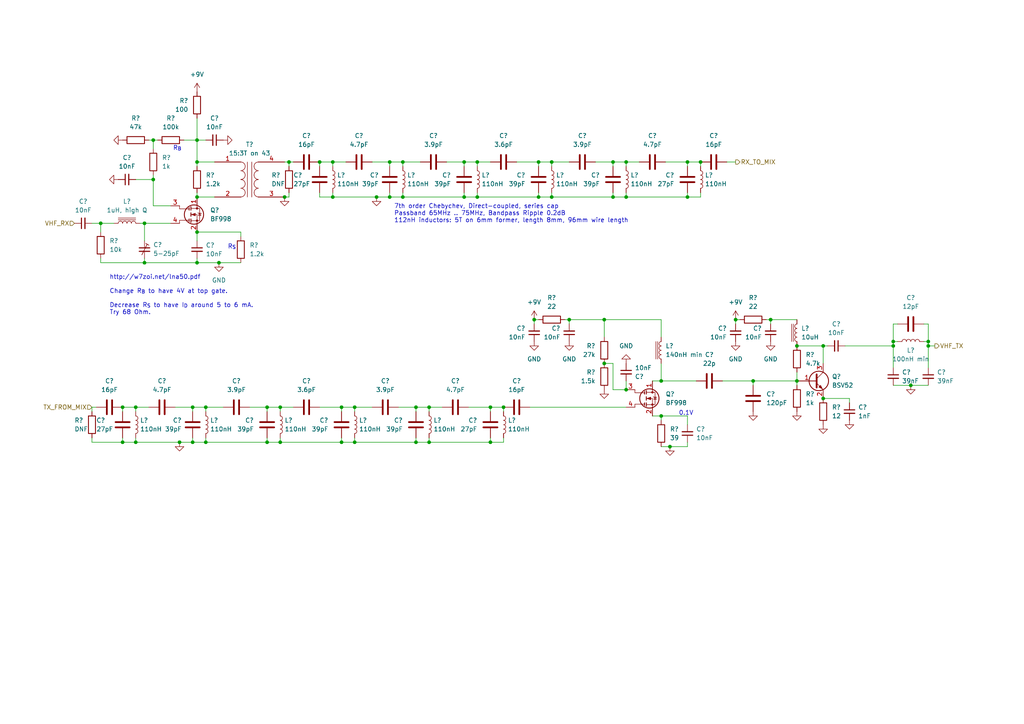
<source format=kicad_sch>
(kicad_sch (version 20211123) (generator eeschema)
  (paper "A4")
  (lib_symbols
    (symbol "Device:C" (pin_numbers hide) (pin_names (offset 0.254))
      (property "Reference" "C" (at 0.635 2.54 0))
      (property "Value" "C" (at 0.635 -2.54 0))
      (symbol "C_0_1"
        (polyline (pts (xy -2.032 -0.762) (xy 2.032 -0.762)) (stroke (width 0.508)))
        (polyline (pts (xy -2.032 0.762) (xy 2.032 0.762)) (stroke (width 0.508)))
      )
      (symbol "C_1_1"
        (pin passive line (at 0 3.81 270) (length 2.794) (name "~") (number "1"))
        (pin passive line (at 0 -3.81 90) (length 2.794) (name "~") (number "2"))
      )
    )
    (symbol "Device:C_Small" (pin_numbers hide) (pin_names (offset 0.254) hide)
      (property "Reference" "C" (at 0.254 1.778 0))
      (property "Value" "C_Small" (at 0.254 -2.032 0))
      (symbol "C_Small_0_1"
        (polyline (pts (xy -1.524 -0.508) (xy 1.524 -0.508)) (stroke (width 0.3302)))
        (polyline (pts (xy -1.524 0.508) (xy 1.524 0.508)) (stroke (width 0.3048)))
      )
      (symbol "C_Small_1_1"
        (pin passive line (at 0 2.54 270) (length 2.032) (name "~") (number "1"))
        (pin passive line (at 0 -2.54 90) (length 2.032) (name "~") (number "2"))
      )
    )
    (symbol "Device:C_Trim_Small" (pin_numbers hide) (pin_names (offset 0.254) hide)
      (property "Reference" "C" (at 1.524 -2.032 0))
      (property "Value" "C_Trim_Small" (at 3.048 -3.556 0))
      (symbol "C_Trim_Small_0_1"
        (polyline (pts (xy -1.524 -0.508) (xy 1.524 -0.508)) (stroke (width 0.3048)))
        (polyline (pts (xy -1.524 0.508) (xy 1.524 0.508)) (stroke (width 0.3048)))
        (polyline (pts (xy 0.762 1.524) (xy -0.762 -1.524)) (stroke (width 0.1778)))
        (polyline (pts (xy 1.27 1.27) (xy 0.381 1.778)) (stroke (width 0.1778)))
      )
      (symbol "C_Trim_Small_1_1"
        (pin passive line (at 0 2.54 270) (length 2.032) (name "~") (number "1"))
        (pin passive line (at 0 -2.54 90) (length 2.032) (name "~") (number "2"))
      )
    )
    (symbol "Device:L" (pin_numbers hide) (pin_names (offset 1.016) hide)
      (property "Reference" "L" (at -1.27 0 90))
      (property "Value" "L" (at 1.905 0 90))
      (symbol "L_0_1"
        (arc (start 0 -2.54) (mid 0.635 -1.905) (end 0 -1.27))
        (arc (start 0 -1.27) (mid 0.635 -0.635) (end 0 0))
        (arc (start 0 0) (mid 0.635 0.635) (end 0 1.27))
        (arc (start 0 1.27) (mid 0.635 1.905) (end 0 2.54))
      )
      (symbol "L_1_1"
        (pin passive line (at 0 3.81 270) (length 1.27) (name "1") (number "1"))
        (pin passive line (at 0 -3.81 90) (length 1.27) (name "2") (number "2"))
      )
    )
    (symbol "Device:L_Iron" (pin_numbers hide) (pin_names (offset 1.016) hide)
      (property "Reference" "L" (at -1.27 0 90))
      (property "Value" "L_Iron" (at 2.794 0 90))
      (symbol "L_Iron_0_1"
        (arc (start 0 -2.54) (mid 0.635 -1.905) (end 0 -1.27))
        (arc (start 0 -1.27) (mid 0.635 -0.635) (end 0 0))
        (polyline (pts (xy 1.016 2.54) (xy 1.016 -2.54)))
        (polyline (pts (xy 1.524 -2.54) (xy 1.524 2.54)))
        (arc (start 0 0) (mid 0.635 0.635) (end 0 1.27))
        (arc (start 0 1.27) (mid 0.635 1.905) (end 0 2.54))
      )
      (symbol "L_Iron_1_1"
        (pin passive line (at 0 3.81 270) (length 1.27) (name "1") (number "1"))
        (pin passive line (at 0 -3.81 90) (length 1.27) (name "2") (number "2"))
      )
    )
    (symbol "Device:R" (pin_numbers hide) (pin_names (offset 0))
      (property "Reference" "R" (at 2.032 0 90))
      (property "Value" "R" (at 0 0 90))
      (symbol "R_0_1"
        (rectangle (start -1.016 -2.54) (end 1.016 2.54) (stroke (width 0.254)))
      )
      (symbol "R_1_1"
        (pin passive line (at 0 3.81 270) (length 1.27) (name "~") (number "1"))
        (pin passive line (at 0 -3.81 90) (length 1.27) (name "~") (number "2"))
      )
    )
    (symbol "Device:Transformer_1P_1S" (pin_names (offset 1.016) hide)
      (property "Reference" "T" (at 0 6.35 0))
      (property "Value" "Transformer_1P_1S" (at 0 -7.62 0))
      (symbol "Transformer_1P_1S_0_1"
        (arc (start -2.54 -5.0546) (mid -1.6599 -4.6901) (end -1.27 -3.81))
        (arc (start -2.54 -2.5146) (mid -1.6599 -2.1501) (end -1.27 -1.27))
        (arc (start -2.54 0.0254) (mid -1.6599 0.3899) (end -1.27 1.27))
        (arc (start -2.54 2.5654) (mid -1.6599 2.9299) (end -1.27 3.81))
        (arc (start -1.27 -3.81) (mid -1.642 -2.912) (end -2.54 -2.54))
        (arc (start -1.27 -1.27) (mid -1.642 -0.372) (end -2.54 0))
        (arc (start -1.27 1.27) (mid -1.642 2.168) (end -2.54 2.54))
        (arc (start -1.27 3.81) (mid -1.642 4.708) (end -2.54 5.08))
        (polyline (pts (xy -0.635 5.08) (xy -0.635 -5.08)))
        (polyline (pts (xy 0.635 -5.08) (xy 0.635 5.08)))
        (arc (start 1.2954 -1.27) (mid 1.6599 -2.1501) (end 2.54 -2.5146))
        (arc (start 1.2954 1.27) (mid 1.6599 0.3899) (end 2.54 0.0254))
        (arc (start 1.2954 3.81) (mid 1.6599 2.9299) (end 2.54 2.5654))
        (arc (start 1.3208 -3.81) (mid 1.6853 -4.6901) (end 2.5654 -5.0546))
        (arc (start 2.54 0) (mid 1.642 -0.372) (end 1.2954 -1.27))
        (arc (start 2.54 2.54) (mid 1.642 2.168) (end 1.2954 1.27))
        (arc (start 2.54 5.08) (mid 1.642 4.708) (end 1.2954 3.81))
        (arc (start 2.5654 -2.54) (mid 1.6674 -2.912) (end 1.3208 -3.81))
      )
      (symbol "Transformer_1P_1S_1_1"
        (pin passive line (at -10.16 5.08 0) (length 7.62) (name "AA") (number "1"))
        (pin passive line (at -10.16 -5.08 0) (length 7.62) (name "AB") (number "2"))
        (pin passive line (at 10.16 -5.08 180) (length 7.62) (name "SA") (number "3"))
        (pin passive line (at 10.16 5.08 180) (length 7.62) (name "SB") (number "4"))
      )
    )
    (symbol "Transistor_BJT:MMBT3904" (pin_names (offset 0) hide)
      (property "Reference" "Q" (at 5.08 1.905 0))
      (property "Value" "MMBT3904" (at 5.08 0 0))
      (symbol "MMBT3904_0_1"
        (polyline (pts (xy 0.635 0.635) (xy 2.54 2.54)))
        (polyline (pts (xy 0.635 -0.635) (xy 2.54 -2.54) (xy 2.54 -2.54)))
        (polyline (pts (xy 0.635 1.905) (xy 0.635 -1.905) (xy 0.635 -1.905)) (stroke (width 0.508)))
        (polyline (pts (xy 1.27 -1.778) (xy 1.778 -1.27) (xy 2.286 -2.286) (xy 1.27 -1.778) (xy 1.27 -1.778)) (fill (type outline)))
        (circle (center 1.27 0) (radius 2.8194) (stroke (width 0.254)))
      )
      (symbol "MMBT3904_1_1"
        (pin input line (at -5.08 0 0) (length 5.715) (name "B") (number "1"))
        (pin passive line (at 2.54 -5.08 90) (length 2.54) (name "E") (number "2"))
        (pin passive line (at 2.54 5.08 270) (length 2.54) (name "C") (number "3"))
      )
    )
    (symbol "mpb:BF998" (pin_names hide)
      (property "Reference" "Q?" (at 6.35 1.2701 0))
      (property "Value" "BF998" (at 6.35 -1.2699 0))
      (symbol "BF998_0_1"
        (polyline (pts (xy 0.254 -2.032) (xy 0.254 -1.27)) (stroke (width 0.254)))
        (polyline (pts (xy 0.254 2.032) (xy 0.254 1.27)) (stroke (width 0.254)))
        (polyline (pts (xy 0.762 -1.27) (xy 0.762 -2.286)) (stroke (width 0.254)))
        (polyline (pts (xy 0.762 0.508) (xy 0.762 -0.508)) (stroke (width 0.254)))
        (polyline (pts (xy 0.762 2.286) (xy 0.762 1.27)) (stroke (width 0.254)))
        (polyline (pts (xy 2.54 2.54) (xy 2.54 1.778)))
        (polyline (pts (xy 0.254 -1.651) (xy -2.54 -1.651) (xy -2.54 -2.54)))
        (polyline (pts (xy 0.254 1.651) (xy -2.54 1.651) (xy -2.54 2.54)))
        (polyline (pts (xy 2.54 -2.54) (xy 2.54 0) (xy 0.762 0)))
        (polyline (pts (xy 0.762 -1.778) (xy 3.302 -1.778) (xy 3.302 1.778) (xy 0.762 1.778)))
        (polyline (pts (xy 1.016 0) (xy 2.032 0.381) (xy 2.032 -0.381) (xy 1.016 0)) (fill (type outline)))
        (polyline (pts (xy 2.794 0.508) (xy 2.921 0.381) (xy 3.683 0.381) (xy 3.81 0.254)))
        (polyline (pts (xy 3.302 0.381) (xy 2.921 -0.254) (xy 3.683 -0.254) (xy 3.302 0.381)))
        (circle (center 1.651 0) (radius 2.794) (stroke (width 0.254)))
        (circle (center 2.54 -1.778) (radius 0.254) (fill (type outline)))
        (circle (center 2.54 1.778) (radius 0.254) (fill (type outline)))
      )
      (symbol "BF998_1_1"
        (pin passive line (at 2.54 5.08 270) (length 2.54) (name "D") (number "1"))
        (pin passive line (at 2.54 -5.08 90) (length 2.54) (name "S") (number "2"))
        (pin passive line (at -5.08 2.54 0) (length 2.54) (name "G1") (number "3"))
        (pin passive line (at -5.08 -2.54 0) (length 2.54) (name "G2") (number "4"))
      )
    )
    (symbol "power:+9V" (power) (pin_names (offset 0))
      (property "Value" "+9V" (at 0 3.556 0))
      (symbol "+9V_0_1"
        (polyline (pts (xy -0.762 1.27) (xy 0 2.54)))
        (polyline (pts (xy 0 0) (xy 0 2.54)))
        (polyline (pts (xy 0 2.54) (xy 0.762 1.27)))
      )
      (symbol "+9V_1_1"
        (pin power_in line (at 0 0 90) (length 0) hide (name "+9V") (number "1"))
      )
    )
    (symbol "power:GND" (power) (pin_names (offset 0))
      (property "Value" "GND" (at 0 -3.81 0))
      (symbol "GND_0_1"
        (polyline (pts (xy 0 0) (xy 0 -1.27) (xy 1.27 -1.27) (xy 0 -2.54) (xy -1.27 -1.27) (xy 0 -1.27)))
      )
      (symbol "GND_1_1"
        (pin power_in line (at 0 0 270) (length 0) hide (name "GND") (number "1"))
      )
    )
  )
  (junction (at 259.08 99.06))
  (junction (at 177.8 57.15))
  (junction (at 264.16 111.76))
  (junction (at 59.69 128.27))
  (junction (at 191.77 110.49))
  (junction (at 77.47 118.11))
  (junction (at 156.21 57.15))
  (junction (at 181.61 113.03))
  (junction (at 269.24 99.06))
  (junction (at 116.84 46.99))
  (junction (at 96.52 46.99))
  (junction (at 35.56 118.11))
  (junction (at 160.02 57.15))
  (junction (at 44.45 40.64))
  (junction (at 35.56 128.27))
  (junction (at 55.88 128.27))
  (junction (at 138.43 46.99))
  (junction (at 113.03 46.99))
  (junction (at 55.88 118.11))
  (junction (at 63.5 76.2))
  (junction (at 57.15 76.2))
  (junction (at 199.39 57.15))
  (junction (at 199.39 46.99))
  (junction (at 57.15 46.99))
  (junction (at 191.77 120.65))
  (junction (at 181.61 46.99))
  (junction (at 238.76 115.57))
  (junction (at 109.22 57.15))
  (junction (at 57.15 67.31))
  (junction (at 259.08 100.33))
  (junction (at 134.62 57.15))
  (junction (at 41.91 64.77))
  (junction (at 77.47 128.27))
  (junction (at 156.21 46.99))
  (junction (at 81.28 128.27))
  (junction (at 165.1 92.71))
  (junction (at 142.24 128.27))
  (junction (at 269.24 100.33))
  (junction (at 203.2 46.99))
  (junction (at 29.21 64.77))
  (junction (at 154.94 92.71))
  (junction (at 231.14 110.49))
  (junction (at 218.44 110.49))
  (junction (at 44.45 52.07))
  (junction (at 99.06 128.27))
  (junction (at 102.87 128.27))
  (junction (at 57.15 57.15))
  (junction (at 116.84 57.15))
  (junction (at 81.28 118.11))
  (junction (at 142.24 118.11))
  (junction (at 134.62 46.99))
  (junction (at 231.14 100.33))
  (junction (at 223.52 92.71))
  (junction (at 213.36 92.71))
  (junction (at 120.65 118.11))
  (junction (at 160.02 46.99))
  (junction (at 146.05 118.11))
  (junction (at 39.37 118.11))
  (junction (at 113.03 57.15))
  (junction (at 175.26 92.71))
  (junction (at 39.37 128.27))
  (junction (at 41.91 76.2))
  (junction (at 124.46 128.27))
  (junction (at 194.31 129.54))
  (junction (at 177.8 46.99))
  (junction (at 120.65 128.27))
  (junction (at 96.52 57.15))
  (junction (at 138.43 57.15))
  (junction (at 82.55 57.15))
  (junction (at 181.61 57.15))
  (junction (at 99.06 118.11))
  (junction (at 83.82 46.99))
  (junction (at 59.69 118.11))
  (junction (at 92.71 46.99))
  (junction (at 57.15 40.64))
  (junction (at 238.76 100.33))
  (junction (at 102.87 118.11))
  (junction (at 52.07 128.27))
  (junction (at 124.46 118.11))
  (junction (at 175.26 105.41))
  (wire (pts (xy 96.52 46.99) (xy 96.52 48.26)))
  (wire (pts (xy 55.88 128.27) (xy 59.69 128.27)))
  (wire (pts (xy 62.23 57.15) (xy 57.15 57.15)))
  (wire (pts (xy 134.62 57.15) (xy 134.62 55.88)))
  (wire (pts (xy 172.72 46.99) (xy 177.8 46.99)))
  (wire (pts (xy 213.36 93.98) (xy 213.36 92.71)))
  (wire (pts (xy 26.67 127) (xy 26.67 128.27)))
  (wire (pts (xy 39.37 128.27) (xy 52.07 128.27)))
  (wire (pts (xy 154.94 93.98) (xy 154.94 92.71)))
  (wire (pts (xy 238.76 100.33) (xy 240.03 100.33)))
  (wire (pts (xy 124.46 128.27) (xy 124.46 127)))
  (wire (pts (xy 246.38 115.57) (xy 238.76 115.57)))
  (wire (pts (xy 142.24 128.27) (xy 146.05 128.27)))
  (wire (pts (xy 102.87 118.11) (xy 107.95 118.11)))
  (wire (pts (xy 218.44 110.49) (xy 218.44 111.76)))
  (wire (pts (xy 259.08 99.06) (xy 259.08 100.33)))
  (wire (pts (xy 26.67 118.11) (xy 27.94 118.11)))
  (wire (pts (xy 63.5 76.2) (xy 57.15 76.2)))
  (wire (pts (xy 35.56 118.11) (xy 39.37 118.11)))
  (wire (pts (xy 138.43 57.15) (xy 156.21 57.15)))
  (wire (pts (xy 81.28 118.11) (xy 85.09 118.11)))
  (wire (pts (xy 246.38 116.84) (xy 246.38 115.57)))
  (wire (pts (xy 177.8 105.41) (xy 177.8 113.03)))
  (wire (pts (xy 39.37 128.27) (xy 39.37 127)))
  (wire (pts (xy 177.8 46.99) (xy 181.61 46.99)))
  (wire (pts (xy 40.64 64.77) (xy 41.91 64.77)))
  (wire (pts (xy 124.46 128.27) (xy 142.24 128.27)))
  (wire (pts (xy 134.62 46.99) (xy 138.43 46.99)))
  (wire (pts (xy 259.08 93.98) (xy 260.35 93.98)))
  (wire (pts (xy 57.15 57.15) (xy 57.15 55.88)))
  (wire (pts (xy 113.03 57.15) (xy 113.03 55.88)))
  (wire (pts (xy 107.95 46.99) (xy 113.03 46.99)))
  (wire (pts (xy 259.08 99.06) (xy 260.35 99.06)))
  (wire (pts (xy 191.77 120.65) (xy 189.23 120.65)))
  (wire (pts (xy 146.05 119.38) (xy 146.05 118.11)))
  (wire (pts (xy 142.24 118.11) (xy 135.89 118.11)))
  (wire (pts (xy 156.21 57.15) (xy 156.21 55.88)))
  (wire (pts (xy 77.47 118.11) (xy 81.28 118.11)))
  (wire (pts (xy 35.56 119.38) (xy 35.56 118.11)))
  (wire (pts (xy 26.67 119.38) (xy 26.67 118.11)))
  (wire (pts (xy 231.14 107.95) (xy 231.14 110.49)))
  (wire (pts (xy 269.24 99.06) (xy 267.97 99.06)))
  (wire (pts (xy 57.15 67.31) (xy 57.15 69.85)))
  (wire (pts (xy 156.21 46.99) (xy 160.02 46.99)))
  (wire (pts (xy 59.69 128.27) (xy 59.69 127)))
  (wire (pts (xy 177.8 113.03) (xy 181.61 113.03)))
  (wire (pts (xy 83.82 55.88) (xy 83.82 57.15)))
  (wire (pts (xy 175.26 92.71) (xy 191.77 92.71)))
  (wire (pts (xy 124.46 118.11) (xy 128.27 118.11)))
  (wire (pts (xy 199.39 46.99) (xy 193.04 46.99)))
  (wire (pts (xy 39.37 118.11) (xy 43.18 118.11)))
  (wire (pts (xy 92.71 118.11) (xy 99.06 118.11)))
  (wire (pts (xy 96.52 46.99) (xy 100.33 46.99)))
  (wire (pts (xy 142.24 128.27) (xy 142.24 127)))
  (wire (pts (xy 81.28 119.38) (xy 81.28 118.11)))
  (wire (pts (xy 113.03 57.15) (xy 116.84 57.15)))
  (wire (pts (xy 181.61 46.99) (xy 185.42 46.99)))
  (wire (pts (xy 199.39 57.15) (xy 199.39 55.88)))
  (wire (pts (xy 29.21 76.2) (xy 41.91 76.2)))
  (wire (pts (xy 43.18 40.64) (xy 44.45 40.64)))
  (wire (pts (xy 191.77 110.49) (xy 201.93 110.49)))
  (wire (pts (xy 146.05 128.27) (xy 146.05 127)))
  (wire (pts (xy 203.2 57.15) (xy 203.2 55.88)))
  (wire (pts (xy 109.22 57.15) (xy 113.03 57.15)))
  (wire (pts (xy 269.24 99.06) (xy 269.24 100.33)))
  (wire (pts (xy 116.84 48.26) (xy 116.84 46.99)))
  (wire (pts (xy 199.39 128.27) (xy 199.39 129.54)))
  (wire (pts (xy 99.06 128.27) (xy 102.87 128.27)))
  (wire (pts (xy 199.39 129.54) (xy 194.31 129.54)))
  (wire (pts (xy 149.86 46.99) (xy 156.21 46.99)))
  (wire (pts (xy 269.24 93.98) (xy 269.24 99.06)))
  (wire (pts (xy 156.21 48.26) (xy 156.21 46.99)))
  (wire (pts (xy 199.39 57.15) (xy 203.2 57.15)))
  (wire (pts (xy 213.36 92.71) (xy 214.63 92.71)))
  (wire (pts (xy 222.25 92.71) (xy 223.52 92.71)))
  (wire (pts (xy 156.21 57.15) (xy 160.02 57.15)))
  (wire (pts (xy 41.91 76.2) (xy 57.15 76.2)))
  (wire (pts (xy 120.65 118.11) (xy 120.65 119.38)))
  (wire (pts (xy 146.05 118.11) (xy 142.24 118.11)))
  (wire (pts (xy 269.24 93.98) (xy 267.97 93.98)))
  (wire (pts (xy 57.15 76.2) (xy 57.15 74.93)))
  (wire (pts (xy 57.15 40.64) (xy 57.15 34.29)))
  (wire (pts (xy 83.82 57.15) (xy 82.55 57.15)))
  (wire (pts (xy 57.15 48.26) (xy 57.15 46.99)))
  (wire (pts (xy 154.94 92.71) (xy 156.21 92.71)))
  (wire (pts (xy 191.77 129.54) (xy 194.31 129.54)))
  (wire (pts (xy 81.28 128.27) (xy 81.28 127)))
  (wire (pts (xy 138.43 46.99) (xy 142.24 46.99)))
  (wire (pts (xy 113.03 48.26) (xy 113.03 46.99)))
  (wire (pts (xy 59.69 128.27) (xy 77.47 128.27)))
  (wire (pts (xy 153.67 118.11) (xy 181.61 118.11)))
  (wire (pts (xy 62.23 46.99) (xy 57.15 46.99)))
  (wire (pts (xy 99.06 118.11) (xy 102.87 118.11)))
  (wire (pts (xy 82.55 46.99) (xy 83.82 46.99)))
  (wire (pts (xy 165.1 93.98) (xy 165.1 92.71)))
  (wire (pts (xy 83.82 46.99) (xy 85.09 46.99)))
  (wire (pts (xy 113.03 46.99) (xy 116.84 46.99)))
  (wire (pts (xy 52.07 128.27) (xy 55.88 128.27)))
  (wire (pts (xy 55.88 128.27) (xy 55.88 127)))
  (wire (pts (xy 26.67 128.27) (xy 35.56 128.27)))
  (wire (pts (xy 99.06 119.38) (xy 99.06 118.11)))
  (wire (pts (xy 69.85 76.2) (xy 63.5 76.2)))
  (wire (pts (xy 120.65 128.27) (xy 120.65 127)))
  (wire (pts (xy 181.61 57.15) (xy 199.39 57.15)))
  (wire (pts (xy 44.45 40.64) (xy 44.45 43.18)))
  (wire (pts (xy 69.85 68.58) (xy 69.85 67.31)))
  (wire (pts (xy 116.84 46.99) (xy 121.92 46.99)))
  (wire (pts (xy 203.2 46.99) (xy 199.39 46.99)))
  (wire (pts (xy 115.57 118.11) (xy 120.65 118.11)))
  (wire (pts (xy 29.21 74.93) (xy 29.21 76.2)))
  (wire (pts (xy 39.37 118.11) (xy 39.37 119.38)))
  (wire (pts (xy 92.71 57.15) (xy 96.52 57.15)))
  (wire (pts (xy 160.02 48.26) (xy 160.02 46.99)))
  (wire (pts (xy 83.82 48.26) (xy 83.82 46.99)))
  (wire (pts (xy 92.71 46.99) (xy 96.52 46.99)))
  (wire (pts (xy 120.65 128.27) (xy 124.46 128.27)))
  (wire (pts (xy 138.43 48.26) (xy 138.43 46.99)))
  (wire (pts (xy 41.91 64.77) (xy 49.53 64.77)))
  (wire (pts (xy 223.52 93.98) (xy 223.52 92.71)))
  (wire (pts (xy 116.84 57.15) (xy 134.62 57.15)))
  (wire (pts (xy 269.24 100.33) (xy 271.145 100.33)))
  (wire (pts (xy 92.71 48.26) (xy 92.71 46.99)))
  (wire (pts (xy 41.91 69.85) (xy 41.91 64.77)))
  (wire (pts (xy 191.77 120.65) (xy 191.77 121.92)))
  (wire (pts (xy 39.37 52.07) (xy 44.45 52.07)))
  (wire (pts (xy 269.24 100.33) (xy 269.24 106.68)))
  (wire (pts (xy 160.02 46.99) (xy 165.1 46.99)))
  (wire (pts (xy 29.21 67.31) (xy 29.21 64.77)))
  (wire (pts (xy 142.24 118.11) (xy 142.24 119.38)))
  (wire (pts (xy 77.47 128.27) (xy 77.47 127)))
  (wire (pts (xy 165.1 92.71) (xy 175.26 92.71)))
  (wire (pts (xy 44.45 50.8) (xy 44.45 52.07)))
  (wire (pts (xy 160.02 57.15) (xy 160.02 55.88)))
  (wire (pts (xy 45.72 40.64) (xy 44.45 40.64)))
  (wire (pts (xy 59.69 118.11) (xy 64.77 118.11)))
  (wire (pts (xy 238.76 105.41) (xy 238.76 100.33)))
  (wire (pts (xy 177.8 57.15) (xy 181.61 57.15)))
  (wire (pts (xy 177.8 46.99) (xy 177.8 48.26)))
  (wire (pts (xy 102.87 119.38) (xy 102.87 118.11)))
  (wire (pts (xy 35.56 128.27) (xy 39.37 128.27)))
  (wire (pts (xy 199.39 46.99) (xy 199.39 48.26)))
  (wire (pts (xy 160.02 57.15) (xy 177.8 57.15)))
  (wire (pts (xy 175.26 97.79) (xy 175.26 92.71)))
  (wire (pts (xy 116.84 57.15) (xy 116.84 55.88)))
  (wire (pts (xy 102.87 128.27) (xy 120.65 128.27)))
  (wire (pts (xy 259.08 93.98) (xy 259.08 99.06)))
  (wire (pts (xy 209.55 110.49) (xy 218.44 110.49)))
  (wire (pts (xy 134.62 48.26) (xy 134.62 46.99)))
  (wire (pts (xy 264.16 111.76) (xy 269.24 111.76)))
  (wire (pts (xy 191.77 97.79) (xy 191.77 92.71)))
  (wire (pts (xy 231.14 110.49) (xy 231.14 111.76)))
  (wire (pts (xy 35.56 128.27) (xy 35.56 127)))
  (wire (pts (xy 81.28 128.27) (xy 99.06 128.27)))
  (wire (pts (xy 96.52 57.15) (xy 96.52 55.88)))
  (wire (pts (xy 181.61 113.03) (xy 181.61 110.49)))
  (wire (pts (xy 69.85 67.31) (xy 57.15 67.31)))
  (wire (pts (xy 259.08 111.76) (xy 264.16 111.76)))
  (wire (pts (xy 102.87 128.27) (xy 102.87 127)))
  (wire (pts (xy 99.06 128.27) (xy 99.06 127)))
  (wire (pts (xy 177.8 57.15) (xy 177.8 55.88)))
  (wire (pts (xy 203.2 48.26) (xy 203.2 46.99)))
  (wire (pts (xy 129.54 46.99) (xy 134.62 46.99)))
  (wire (pts (xy 138.43 57.15) (xy 138.43 55.88)))
  (wire (pts (xy 59.69 119.38) (xy 59.69 118.11)))
  (wire (pts (xy 245.11 100.33) (xy 259.08 100.33)))
  (wire (pts (xy 199.39 123.19) (xy 199.39 120.65)))
  (wire (pts (xy 191.77 105.41) (xy 191.77 110.49)))
  (wire (pts (xy 189.23 110.49) (xy 191.77 110.49)))
  (wire (pts (xy 218.44 110.49) (xy 231.14 110.49)))
  (wire (pts (xy 238.76 100.33) (xy 231.14 100.33)))
  (wire (pts (xy 181.61 46.99) (xy 181.61 48.26)))
  (wire (pts (xy 210.82 46.99) (xy 213.36 46.99)))
  (wire (pts (xy 175.26 105.41) (xy 177.8 105.41)))
  (wire (pts (xy 50.8 118.11) (xy 55.88 118.11)))
  (wire (pts (xy 57.15 40.64) (xy 59.69 40.64)))
  (wire (pts (xy 53.34 40.64) (xy 57.15 40.64)))
  (wire (pts (xy 92.71 57.15) (xy 92.71 55.88)))
  (wire (pts (xy 44.45 59.69) (xy 49.53 59.69)))
  (wire (pts (xy 181.61 57.15) (xy 181.61 55.88)))
  (wire (pts (xy 163.83 92.71) (xy 165.1 92.71)))
  (wire (pts (xy 26.67 64.77) (xy 29.21 64.77)))
  (wire (pts (xy 124.46 118.11) (xy 124.46 119.38)))
  (wire (pts (xy 44.45 52.07) (xy 44.45 59.69)))
  (wire (pts (xy 134.62 57.15) (xy 138.43 57.15)))
  (wire (pts (xy 41.91 74.93) (xy 41.91 76.2)))
  (wire (pts (xy 77.47 119.38) (xy 77.47 118.11)))
  (wire (pts (xy 77.47 128.27) (xy 81.28 128.27)))
  (wire (pts (xy 29.21 64.77) (xy 33.02 64.77)))
  (wire (pts (xy 72.39 118.11) (xy 77.47 118.11)))
  (wire (pts (xy 223.52 92.71) (xy 231.14 92.71)))
  (wire (pts (xy 57.15 46.99) (xy 57.15 40.64)))
  (wire (pts (xy 96.52 57.15) (xy 109.22 57.15)))
  (wire (pts (xy 199.39 120.65) (xy 191.77 120.65)))
  (wire (pts (xy 55.88 119.38) (xy 55.88 118.11)))
  (wire (pts (xy 55.88 118.11) (xy 59.69 118.11)))
  (wire (pts (xy 259.08 100.33) (xy 259.08 106.68)))
  (wire (pts (xy 120.65 118.11) (xy 124.46 118.11)))
  (text "R_{B}" (at 50.165 43.815 0) (effects (font (size 1.27 1.27)) (justify left bottom)))
  (text "R_{S}" (at 66.04 72.39 0) (effects (font (size 1.27 1.27)) (justify left bottom)))
  (text "TODO\nfind bias point for BSV52" (at 41.91 -8.89 0) (effects (font (size 3 3)) (justify left bottom)))
  (text "http://w7zoi.net/lna50.pdf\n\nChange R_{B} to have 4V at top gate.\n\nDecrease R_{S} to have I_{D} around 5 to 6 mA.\nTry 68 Ohm." (at 31.75 91.44 0) (effects (font (size 1.27 1.27)) (justify left bottom)))
  (text "7th order Chebychev, Direct-coupled, series cap\nPassband 65MHz .. 75MHz, Bandpass Ripple 0.2dB\n112nH inductors: 5T on 6mm former, length 8mm, 96mm wire length" (at 114.3 64.77 0) (effects (font (size 1.27 1.27)) (justify left bottom)))
  (text "0.1V" (at 196.85 120.65 0) (effects (font (size 1.27 1.27)) (justify left bottom)))
  (hierarchical_label "VHF_RX" (shape input) (at 21.59 64.77 180))
  (hierarchical_label "VHF_TX" (shape output) (at 271.145 100.33 0))
  (hierarchical_label "TX_FROM_MIX" (shape input) (at 26.67 118.11 180))
  (hierarchical_label "RX_TO_MIX" (shape output) (at 213.36 46.99 0))
  (symbol (lib_id "Device:C") (at 55.88 123.19 180) (unit 1)
    (property "Reference" "C?" (at 52.705 121.9199 0) (effects (justify left)))
    (property "Value" "39pF" (at 52.705 124.4599 0) (effects (justify left)))
    (property "Footprint" "Capacitor_SMD:C_0603_1608Metric_Pad1.05x0.95mm_HandSolder" (effects hide))
    (property "MPN" "CBR" (effects hide))
    (property "Need_order" "0" (effects hide))
  )
  (symbol (lib_id "Device:C_Small") (at 36.83 52.07 90) (unit 1)
    (property "Reference" "C?" (at 36.8363 45.72 90))
    (property "Value" "10nF" (at 36.8363 48.26 90))
  )
  (symbol (lib_id "Device:R") (at 231.14 104.14 0) (mirror y) (unit 1)
    (property "Reference" "R?" (at 233.68 102.8699 0) (effects (justify right)))
    (property "Value" "4.7k" (at 233.68 105.4099 0) (effects (justify right)))
  )
  (symbol (lib_id "Device:C_Small") (at 223.52 96.52 0) (mirror x) (unit 1)
    (property "Reference" "C?" (at 220.98 95.2435 0) (effects (justify right)))
    (property "Value" "10nF" (at 220.98 97.7835 0) (effects (justify right)))
  )
  (symbol (lib_id "Device:C_Small") (at 269.24 109.22 0) (mirror y) (unit 1)
    (property "Reference" "C?" (at 271.78 107.9562 0) (effects (justify right)))
    (property "Value" "39nF" (at 271.78 110.4962 0) (effects (justify right)))
  )
  (symbol (lib_id "Device:C") (at 88.9 46.99 90) (unit 1)
    (property "Reference" "C?" (at 88.9 39.37 90))
    (property "Value" "16pF" (at 88.9 41.91 90))
    (property "Footprint" "Capacitor_SMD:C_0603_1608Metric_Pad1.05x0.95mm_HandSolder" (effects hide))
    (property "MPN" "CBR" (effects hide))
    (property "Need_order" "0" (effects hide))
  )
  (symbol (lib_id "Device:C") (at 205.74 110.49 90) (unit 1)
    (property "Reference" "C?" (at 205.74 102.87 90))
    (property "Value" "22p" (at 205.74 105.41 90))
    (property "Footprint" "Capacitor_SMD:C_0603_1608Metric_Pad1.05x0.95mm_HandSolder" (effects hide))
    (property "MPN" "CBR" (effects hide))
    (property "Need_order" "0" (effects hide))
  )
  (symbol (lib_id "power:+9V") (at 213.36 92.71 0) (unit 1)
    (property "Reference" "#PWR?" (effects hide))
    (property "Value" "+9V" (at 213.36 87.63 0))
  )
  (symbol (lib_id "power:GND") (at 154.94 99.06 0) (mirror y) (unit 1)
    (property "Reference" "#PWR?" (effects hide))
    (property "Value" "GND" (at 154.94 104.14 0))
  )
  (symbol (lib_id "Device:C") (at 156.21 52.07 180) (unit 1)
    (property "Reference" "C?" (at 152.4 50.7999 0) (effects (justify left)))
    (property "Value" "39pF" (at 152.4 53.3399 0) (effects (justify left)))
    (property "Footprint" "Capacitor_SMD:C_0603_1608Metric_Pad1.05x0.95mm_HandSolder" (effects hide))
    (property "MPN" "CBR" (effects hide))
    (property "Need_order" "0" (effects hide))
  )
  (symbol (lib_id "power:GND") (at 238.76 123.19 0) (unit 1)
    (property "Reference" "#PWR?" (effects hide))
    (property "Value" "GND" (effects hide))
  )
  (symbol (lib_id "Device:R") (at 175.26 101.6 0) (mirror x) (unit 1)
    (property "Reference" "R?" (at 172.72 100.3299 0) (effects (justify right)))
    (property "Value" "27k" (at 172.72 102.8699 0) (effects (justify right)))
  )
  (symbol (lib_id "Device:R") (at 44.45 46.99 0) (unit 1)
    (property "Reference" "R?" (at 46.99 45.7199 0) (effects (justify left)))
    (property "Value" "1k" (at 46.99 48.2599 0) (effects (justify left)))
  )
  (symbol (lib_id "Device:L") (at 160.02 52.07 0) (unit 1)
    (property "Reference" "L?" (at 161.29 50.7999 0) (effects (justify left)))
    (property "Value" "110nH" (at 161.29 53.3399 0) (effects (justify left)))
    (property "Footprint" "mpb:AirCoil-8mm" (effects hide))
    (property "Need_order" "0" (effects hide))
  )
  (symbol (lib_id "power:GND") (at 82.55 57.15 0) (unit 1)
    (property "Reference" "#PWR?" (effects hide))
    (property "Value" "GND" (effects hide))
  )
  (symbol (lib_id "Device:C") (at 177.8 52.07 180) (unit 1)
    (property "Reference" "C?" (at 173.99 50.7999 0) (effects (justify left)))
    (property "Value" "39pF" (at 173.99 53.3399 0) (effects (justify left)))
    (property "Footprint" "Capacitor_SMD:C_0603_1608Metric_Pad1.05x0.95mm_HandSolder" (effects hide))
    (property "MPN" "CBR" (effects hide))
    (property "Need_order" "0" (effects hide))
  )
  (symbol (lib_id "Device:C_Small") (at 181.61 107.95 0) (mirror y) (unit 1)
    (property "Reference" "C?" (at 184.15 109.2265 0) (effects (justify right)))
    (property "Value" "10nF" (at 184.15 106.6865 0) (effects (justify right)))
  )
  (symbol (lib_id "Device:C") (at 104.14 46.99 90) (unit 1)
    (property "Reference" "C?" (at 104.14 39.37 90))
    (property "Value" "4.7pF" (at 104.14 41.91 90))
    (property "Footprint" "Capacitor_SMD:C_0603_1608Metric_Pad1.05x0.95mm_HandSolder" (effects hide))
    (property "MPN" "CBR" (effects hide))
    (property "Need_order" "0" (effects hide))
  )
  (symbol (lib_id "Device:R") (at 231.14 115.57 0) (mirror y) (unit 1)
    (property "Reference" "R?" (at 233.68 114.2999 0) (effects (justify right)))
    (property "Value" "1k" (at 233.68 116.8399 0) (effects (justify right)))
  )
  (symbol (lib_id "Device:C") (at 46.99 118.11 90) (unit 1)
    (property "Reference" "C?" (at 46.99 110.49 90))
    (property "Value" "4.7pF" (at 46.99 113.03 90))
    (property "Footprint" "Capacitor_SMD:C_0603_1608Metric_Pad1.05x0.95mm_HandSolder" (effects hide))
    (property "MPN" "CBR" (effects hide))
    (property "Need_order" "0" (effects hide))
  )
  (symbol (lib_id "Device:C") (at 264.16 93.98 90) (unit 1)
    (property "Reference" "C?" (at 264.16 86.36 90))
    (property "Value" "12pF" (at 264.16 88.9 90))
    (property "Footprint" "Capacitor_SMD:C_0603_1608Metric_Pad1.05x0.95mm_HandSolder" (effects hide))
    (property "MPN" "CBR" (effects hide))
    (property "Need_order" "0" (effects hide))
  )
  (symbol (lib_id "Device:L") (at 181.61 52.07 0) (unit 1)
    (property "Reference" "L?" (at 182.88 50.7999 0) (effects (justify left)))
    (property "Value" "110nH" (at 182.88 53.3399 0) (effects (justify left)))
    (property "Footprint" "mpb:AirCoil-8mm" (effects hide))
    (property "Need_order" "0" (effects hide))
  )
  (symbol (lib_id "Device:C") (at 207.01 46.99 90) (unit 1)
    (property "Reference" "C?" (at 207.01 39.37 90))
    (property "Value" "16pF" (at 207.01 41.91 90))
    (property "Footprint" "Capacitor_SMD:C_0603_1608Metric_Pad1.05x0.95mm_HandSolder" (effects hide))
    (property "MPN" "CBR" (effects hide))
    (property "Need_order" "0" (effects hide))
  )
  (symbol (lib_id "Device:C") (at 134.62 52.07 180) (unit 1)
    (property "Reference" "C?" (at 130.81 50.7999 0) (effects (justify left)))
    (property "Value" "39pF" (at 130.81 53.3399 0) (effects (justify left)))
    (property "Footprint" "Capacitor_SMD:C_0603_1608Metric_Pad1.05x0.95mm_HandSolder" (effects hide))
    (property "MPN" "CBR" (effects hide))
    (property "Need_order" "0" (effects hide))
  )
  (symbol (lib_id "power:GND") (at 35.56 40.64 270) (unit 1)
    (property "Reference" "#PWR?" (effects hide))
    (property "Value" "GND" (effects hide))
  )
  (symbol (lib_id "Device:C") (at 132.08 118.11 90) (unit 1)
    (property "Reference" "C?" (at 132.08 110.49 90))
    (property "Value" "4.7pF" (at 132.08 113.03 90))
    (property "Footprint" "Capacitor_SMD:C_0603_1608Metric_Pad1.05x0.95mm_HandSolder" (effects hide))
    (property "MPN" "CBR" (effects hide))
    (property "Need_order" "0" (effects hide))
  )
  (symbol (lib_id "Device:C_Small") (at 242.57 100.33 270) (mirror x) (unit 1)
    (property "Reference" "C?" (at 242.5636 93.98 90))
    (property "Value" "10nF" (at 242.5636 96.52 90))
  )
  (symbol (lib_id "Device:C") (at 68.58 118.11 270) (unit 1)
    (property "Reference" "C?" (at 68.58 110.49 90))
    (property "Value" "3.9pF" (at 68.58 113.03 90))
    (property "Footprint" "Capacitor_SMD:C_0603_1608Metric_Pad1.05x0.95mm_HandSolder" (effects hide))
    (property "MPN" "CBR" (effects hide))
    (property "Need_order" "0" (effects hide))
  )
  (symbol (lib_id "power:+9V") (at 154.94 92.71 0) (unit 1)
    (property "Reference" "#PWR?" (effects hide))
    (property "Value" "+9V" (at 154.94 87.63 0))
  )
  (symbol (lib_id "Device:C_Small") (at 259.08 109.22 0) (mirror y) (unit 1)
    (property "Reference" "C?" (at 261.62 107.9562 0) (effects (justify right)))
    (property "Value" "39nF" (at 261.62 110.4962 0) (effects (justify right)))
  )
  (symbol (lib_id "power:GND") (at 231.14 119.38 0) (unit 1)
    (property "Reference" "#PWR?" (effects hide))
    (property "Value" "GND" (effects hide))
  )
  (symbol (lib_id "Device:R") (at 69.85 72.39 0) (unit 1)
    (property "Reference" "R?" (at 72.39 71.1199 0) (effects (justify left)))
    (property "Value" "1.2k" (at 72.39 73.6599 0) (effects (justify left)))
  )
  (symbol (lib_id "Device:L") (at 59.69 123.19 0) (unit 1)
    (property "Reference" "L?" (at 60.96 121.9199 0) (effects (justify left)))
    (property "Value" "110nH" (at 60.96 124.4599 0) (effects (justify left)))
    (property "Footprint" "mpb:AirCoil-8mm" (effects hide))
    (property "Need_order" "0" (effects hide))
  )
  (symbol (lib_id "Device:C_Small") (at 57.15 72.39 0) (unit 1)
    (property "Reference" "C?" (at 59.69 71.1262 0) (effects (justify left)))
    (property "Value" "10nF" (at 59.69 73.6662 0) (effects (justify left)))
  )
  (symbol (lib_id "mpb:BF998") (at 186.69 115.57 0) (unit 1)
    (property "Reference" "Q?" (at 193.04 114.2999 0) (effects (justify left)))
    (property "Value" "BF998" (at 193.04 116.8399 0) (effects (justify left)))
    (property "Footprint" "Package_TO_SOT_SMD:SOT-143" (effects hide))
    (property "Datasheet" "/home/bram/Sync/Doc/Datasheet/BF998.pdf" (effects hide))
  )
  (symbol (lib_id "Transistor_BJT:MMBT3904") (at 236.22 110.49 0) (unit 1)
    (property "Reference" "Q?" (at 241.3 109.2199 0) (effects (justify left)))
    (property "Value" "BSV52" (at 241.3 111.7599 0) (effects (justify left)))
    (property "Footprint" "Package_TO_SOT_SMD:SOT-23" (effects hide))
    (property "Datasheet" "/home/bram/Sync/Doc/Datasheet/BSV52LT1_D-1803134.pdf" (effects hide))
    (property "MPN" "BSV52LT1G" (effects hide))
    (property "Need_order" "0" (effects hide))
  )
  (symbol (lib_id "Device:C") (at 92.71 52.07 180) (unit 1)
    (property "Reference" "C?" (at 85.09 50.8 0) (effects (justify right)))
    (property "Value" "27pF" (at 85.09 53.34 0) (effects (justify right)))
    (property "Footprint" "Capacitor_SMD:C_0603_1608Metric_Pad1.05x0.95mm_HandSolder" (effects hide))
    (property "MPN" "CBR" (effects hide))
    (property "Need_order" "0" (effects hide))
  )
  (symbol (lib_id "power:GND") (at 246.38 121.92 0) (unit 1)
    (property "Reference" "#PWR?" (effects hide))
    (property "Value" "GND" (effects hide))
  )
  (symbol (lib_id "power:GND") (at 175.26 113.03 0) (mirror y) (unit 1)
    (property "Reference" "#PWR?" (effects hide))
    (property "Value" "GND" (effects hide))
  )
  (symbol (lib_id "Device:C") (at 218.44 115.57 180) (unit 1)
    (property "Reference" "C?" (at 222.25 114.2999 0) (effects (justify right)))
    (property "Value" "120pF" (at 222.25 116.8399 0) (effects (justify right)))
    (property "Footprint" "Capacitor_SMD:C_0603_1608Metric_Pad1.05x0.95mm_HandSolder" (effects hide))
    (property "MPN" "CBR" (effects hide))
    (property "Need_order" "0" (effects hide))
  )
  (symbol (lib_id "Device:C_Trim_Small") (at 41.91 72.39 0) (unit 1)
    (property "Reference" "C?" (at 44.45 70.9929 0) (effects (justify left)))
    (property "Value" "5-25pF" (at 44.45 73.5329 0) (effects (justify left)))
  )
  (symbol (lib_id "power:GND") (at 213.36 99.06 0) (mirror y) (unit 1)
    (property "Reference" "#PWR?" (effects hide))
    (property "Value" "GND" (at 213.36 104.14 0))
  )
  (symbol (lib_id "Device:R") (at 39.37 40.64 90) (unit 1)
    (property "Reference" "R?" (at 39.37 34.29 90))
    (property "Value" "47k" (at 39.37 36.83 90))
  )
  (symbol (lib_id "Device:L") (at 39.37 123.19 0) (unit 1)
    (property "Reference" "L?" (at 40.64 121.9199 0) (effects (justify left)))
    (property "Value" "110nH" (at 40.64 124.4599 0) (effects (justify left)))
    (property "Footprint" "mpb:AirCoil-8mm" (effects hide))
    (property "Need_order" "0" (effects hide))
  )
  (symbol (lib_id "Device:C") (at 99.06 123.19 180) (unit 1)
    (property "Reference" "C?" (at 95.25 121.9199 0) (effects (justify left)))
    (property "Value" "39pF" (at 95.25 124.4599 0) (effects (justify left)))
    (property "Footprint" "Capacitor_SMD:C_0603_1608Metric_Pad1.05x0.95mm_HandSolder" (effects hide))
    (property "MPN" "CBR" (effects hide))
    (property "Need_order" "0" (effects hide))
  )
  (symbol (lib_id "Device:L") (at 264.16 99.06 90) (unit 1)
    (property "Reference" "L?" (at 264.16 101.6 90))
    (property "Value" "100nH min" (at 264.16 104.14 90))
    (property "Description" "NEOSID 00 5261 00 originally, 115nH minimum" (effects hide))
  )
  (symbol (lib_id "Device:C_Small") (at 165.1 96.52 0) (mirror x) (unit 1)
    (property "Reference" "C?" (at 162.56 95.2435 0) (effects (justify right)))
    (property "Value" "10nF" (at 162.56 97.7835 0) (effects (justify right)))
  )
  (symbol (lib_id "Device:R") (at 160.02 92.71 270) (mirror x) (unit 1)
    (property "Reference" "R?" (at 160.02 86.36 90))
    (property "Value" "22" (at 160.02 88.9 90))
  )
  (symbol (lib_id "Device:C") (at 146.05 46.99 270) (unit 1)
    (property "Reference" "C?" (at 146.05 39.37 90))
    (property "Value" "3.6pF" (at 146.05 41.91 90))
    (property "Footprint" "Capacitor_SMD:C_0603_1608Metric_Pad1.05x0.95mm_HandSolder" (effects hide))
    (property "MPN" "CBR" (effects hide))
    (property "Need_order" "0" (effects hide))
  )
  (symbol (lib_id "Device:Transformer_1P_1S") (at 72.39 52.07 0) (unit 1)
    (property "Reference" "T?" (at 72.4027 41.91 0))
    (property "Value" "15:3T on 43" (at 72.4027 44.45 0))
  )
  (symbol (lib_id "Device:R") (at 57.15 52.07 0) (unit 1)
    (property "Reference" "R?" (at 59.69 50.7999 0) (effects (justify left)))
    (property "Value" "1.2k" (at 59.69 53.3399 0) (effects (justify left)))
  )
  (symbol (lib_id "Device:R") (at 29.21 71.12 0) (unit 1)
    (property "Reference" "R?" (at 31.75 69.8499 0) (effects (justify left)))
    (property "Value" "10k" (at 31.75 72.3899 0) (effects (justify left)))
  )
  (symbol (lib_id "Device:L") (at 81.28 123.19 0) (unit 1)
    (property "Reference" "L?" (at 82.55 121.9199 0) (effects (justify left)))
    (property "Value" "110nH" (at 82.55 124.4599 0) (effects (justify left)))
    (property "Footprint" "mpb:AirCoil-8mm" (effects hide))
    (property "Need_order" "0" (effects hide))
  )
  (symbol (lib_id "power:GND") (at 194.31 129.54 0) (unit 1)
    (property "Reference" "#PWR?" (effects hide))
    (property "Value" "GND" (effects hide))
  )
  (symbol (lib_id "power:GND") (at 64.77 40.64 90) (unit 1)
    (property "Reference" "#PWR?" (effects hide))
    (property "Value" "GND" (effects hide))
  )
  (symbol (lib_id "Device:C") (at 199.39 52.07 180) (unit 1)
    (property "Reference" "C?" (at 195.58 50.7999 0) (effects (justify left)))
    (property "Value" "27pF" (at 195.58 53.3399 0) (effects (justify left)))
    (property "Footprint" "Capacitor_SMD:C_0603_1608Metric_Pad1.05x0.95mm_HandSolder" (effects hide))
    (property "MPN" "CBR" (effects hide))
    (property "Need_order" "0" (effects hide))
  )
  (symbol (lib_id "Device:R") (at 175.26 109.22 0) (mirror y) (unit 1)
    (property "Reference" "R?" (at 172.72 107.9499 0) (effects (justify left)))
    (property "Value" "1.5k" (at 172.72 110.4899 0) (effects (justify left)))
  )
  (symbol (lib_id "power:GND") (at 218.44 119.38 0) (unit 1)
    (property "Reference" "#PWR?" (effects hide))
    (property "Value" "GND" (effects hide))
  )
  (symbol (lib_id "Device:L") (at 138.43 52.07 0) (unit 1)
    (property "Reference" "L?" (at 139.7 50.7999 0) (effects (justify left)))
    (property "Value" "110nH" (at 139.7 53.3399 0) (effects (justify left)))
    (property "Footprint" "mpb:AirCoil-8mm" (effects hide))
    (property "Need_order" "0" (effects hide))
  )
  (symbol (lib_id "Device:C_Small") (at 213.36 96.52 0) (mirror x) (unit 1)
    (property "Reference" "C?" (at 210.82 95.2435 0) (effects (justify right)))
    (property "Value" "10nF" (at 210.82 97.7835 0) (effects (justify right)))
  )
  (symbol (lib_id "Device:R") (at 191.77 125.73 0) (unit 1)
    (property "Reference" "R?" (at 194.31 124.4599 0) (effects (justify left)))
    (property "Value" "39" (at 194.31 126.9999 0) (effects (justify left)))
  )
  (symbol (lib_id "Device:L") (at 96.52 52.07 0) (unit 1)
    (property "Reference" "L?" (at 97.79 50.7999 0) (effects (justify left)))
    (property "Value" "110nH" (at 97.79 53.3399 0) (effects (justify left)))
    (property "Footprint" "mpb:AirCoil-8mm" (effects hide))
    (property "Need_order" "0" (effects hide))
  )
  (symbol (lib_id "Device:L") (at 124.46 123.19 0) (unit 1)
    (property "Reference" "L?" (at 125.73 121.9199 0) (effects (justify left)))
    (property "Value" "110nH" (at 125.73 124.4599 0) (effects (justify left)))
    (property "Footprint" "mpb:AirCoil-8mm" (effects hide))
    (property "Need_order" "0" (effects hide))
  )
  (symbol (lib_id "power:GND") (at 52.07 128.27 0) (unit 1)
    (property "Reference" "#PWR?" (effects hide))
    (property "Value" "GND" (effects hide))
  )
  (symbol (lib_id "Device:C_Small") (at 199.39 125.73 180) (unit 1)
    (property "Reference" "C?" (at 201.93 124.4535 0) (effects (justify right)))
    (property "Value" "10nF" (at 201.93 126.9935 0) (effects (justify right)))
  )
  (symbol (lib_id "Device:L") (at 116.84 52.07 0) (unit 1)
    (property "Reference" "L?" (at 118.11 50.7999 0) (effects (justify left)))
    (property "Value" "110nH" (at 118.11 53.3399 0) (effects (justify left)))
    (property "Footprint" "mpb:AirCoil-8mm" (effects hide))
    (property "Need_order" "0" (effects hide))
  )
  (symbol (lib_id "Device:C") (at 168.91 46.99 270) (unit 1)
    (property "Reference" "C?" (at 168.91 39.37 90))
    (property "Value" "3.9pF" (at 168.91 41.91 90))
    (property "Footprint" "Capacitor_SMD:C_0603_1608Metric_Pad1.05x0.95mm_HandSolder" (effects hide))
    (property "MPN" "CBR" (effects hide))
    (property "Need_order" "0" (effects hide))
  )
  (symbol (lib_id "Device:R") (at 26.67 123.19 180) (unit 1)
    (property "Reference" "R?" (at 21.59 121.92 0) (effects (justify right)))
    (property "Value" "DNF" (at 21.59 124.46 0) (effects (justify right)))
  )
  (symbol (lib_id "Device:R") (at 83.82 52.07 180) (unit 1)
    (property "Reference" "R?" (at 78.74 50.8 0) (effects (justify right)))
    (property "Value" "DNF" (at 78.74 53.34 0) (effects (justify right)))
  )
  (symbol (lib_id "power:GND") (at 223.52 99.06 0) (mirror y) (unit 1)
    (property "Reference" "#PWR?" (effects hide))
    (property "Value" "GND" (at 223.52 104.14 0))
  )
  (symbol (lib_id "Device:L") (at 102.87 123.19 0) (unit 1)
    (property "Reference" "L?" (at 104.14 121.9199 0) (effects (justify left)))
    (property "Value" "110nH" (at 104.14 124.4599 0) (effects (justify left)))
    (property "Footprint" "mpb:AirCoil-8mm" (effects hide))
    (property "Need_order" "0" (effects hide))
  )
  (symbol (lib_id "Device:C_Small") (at 62.23 40.64 270) (unit 1)
    (property "Reference" "C?" (at 62.2236 34.29 90))
    (property "Value" "10nF" (at 62.2236 36.83 90))
  )
  (symbol (lib_id "Device:L_Iron") (at 231.14 96.52 180) (unit 1)
    (property "Reference" "L?" (at 232.41 95.2499 0) (effects (justify right)))
    (property "Value" "10uH" (at 232.41 97.7899 0) (effects (justify right)))
    (property "Description" "NEOSID 00 5231 03 originally, 135nH minimum" (effects hide))
  )
  (symbol (lib_id "power:GND") (at 181.61 105.41 0) (mirror x) (unit 1)
    (property "Reference" "#PWR?" (effects hide))
    (property "Value" "GND" (at 181.61 100.33 0))
  )
  (symbol (lib_id "Device:C") (at 77.47 123.19 180) (unit 1)
    (property "Reference" "C?" (at 73.66 121.9199 0) (effects (justify left)))
    (property "Value" "39pF" (at 73.66 124.4599 0) (effects (justify left)))
    (property "Footprint" "Capacitor_SMD:C_0603_1608Metric_Pad1.05x0.95mm_HandSolder" (effects hide))
    (property "MPN" "CBR" (effects hide))
    (property "Need_order" "0" (effects hide))
  )
  (symbol (lib_id "Device:R") (at 49.53 40.64 90) (unit 1)
    (property "Reference" "R?" (at 49.53 34.29 90))
    (property "Value" "100k" (at 49.53 36.83 90))
  )
  (symbol (lib_id "power:GND") (at 109.22 57.15 0) (unit 1)
    (property "Reference" "#PWR?" (effects hide))
    (property "Value" "GND" (effects hide))
  )
  (symbol (lib_id "Device:R") (at 238.76 119.38 0) (mirror y) (unit 1)
    (property "Reference" "R?" (at 241.3 118.1099 0) (effects (justify right)))
    (property "Value" "12" (at 241.3 120.6499 0) (effects (justify right)))
  )
  (symbol (lib_id "power:+9V") (at 57.15 26.67 0) (unit 1)
    (property "Reference" "#PWR?" (effects hide))
    (property "Value" "+9V" (at 57.15 21.59 0))
  )
  (symbol (lib_id "Device:L_Iron") (at 36.83 64.77 90) (unit 1)
    (property "Reference" "L?" (at 36.83 58.42 90))
    (property "Value" "1uH, high Q" (at 36.83 60.96 90))
  )
  (symbol (lib_id "Device:C") (at 111.76 118.11 270) (unit 1)
    (property "Reference" "C?" (at 111.76 110.49 90))
    (property "Value" "3.9pF" (at 111.76 113.03 90))
    (property "Footprint" "Capacitor_SMD:C_0603_1608Metric_Pad1.05x0.95mm_HandSolder" (effects hide))
    (property "MPN" "CBR" (effects hide))
    (property "Need_order" "0" (effects hide))
  )
  (symbol (lib_id "Device:C") (at 142.24 123.19 180) (unit 1)
    (property "Reference" "C?" (at 138.43 121.9199 0) (effects (justify left)))
    (property "Value" "27pF" (at 138.43 124.4599 0) (effects (justify left)))
    (property "Footprint" "Capacitor_SMD:C_0603_1608Metric_Pad1.05x0.95mm_HandSolder" (effects hide))
    (property "MPN" "CBR" (effects hide))
    (property "Need_order" "0" (effects hide))
  )
  (symbol (lib_id "Device:C") (at 113.03 52.07 180) (unit 1)
    (property "Reference" "C?" (at 109.855 50.7999 0) (effects (justify left)))
    (property "Value" "39pF" (at 109.855 53.3399 0) (effects (justify left)))
    (property "Footprint" "Capacitor_SMD:C_0603_1608Metric_Pad1.05x0.95mm_HandSolder" (effects hide))
    (property "MPN" "CBR" (effects hide))
    (property "Need_order" "0" (effects hide))
  )
  (symbol (lib_id "Device:C_Small") (at 24.13 64.77 90) (unit 1)
    (property "Reference" "C?" (at 24.1363 58.42 90))
    (property "Value" "10nF" (at 24.1363 60.96 90))
  )
  (symbol (lib_id "mpb:BF998") (at 54.61 62.23 0) (unit 1)
    (property "Reference" "Q?" (at 60.96 60.9599 0) (effects (justify left)))
    (property "Value" "BF998" (at 60.96 63.4999 0) (effects (justify left)))
    (property "Footprint" "Package_TO_SOT_SMD:SOT-143" (effects hide))
    (property "Datasheet" "/home/bram/Sync/Doc/Datasheet/BF998.pdf" (effects hide))
  )
  (symbol (lib_id "Device:C_Small") (at 246.38 119.38 0) (mirror y) (unit 1)
    (property "Reference" "C?" (at 248.92 118.1162 0) (effects (justify right)))
    (property "Value" "1nF" (at 248.92 120.6562 0) (effects (justify right)))
  )
  (symbol (lib_id "Device:C_Small") (at 154.94 96.52 0) (mirror x) (unit 1)
    (property "Reference" "C?" (at 152.4 95.2435 0) (effects (justify right)))
    (property "Value" "10nF" (at 152.4 97.7835 0) (effects (justify right)))
  )
  (symbol (lib_id "Device:L") (at 203.2 52.07 0) (unit 1)
    (property "Reference" "L?" (at 204.47 50.7999 0) (effects (justify left)))
    (property "Value" "110nH" (at 204.47 53.3399 0) (effects (justify left)))
    (property "Footprint" "mpb:AirCoil-8mm" (effects hide))
    (property "Need_order" "0" (effects hide))
  )
  (symbol (lib_id "power:GND") (at 264.16 111.76 0) (unit 1)
    (property "Reference" "#PWR?" (effects hide))
    (property "Value" "GND" (effects hide))
  )
  (symbol (lib_id "Device:C") (at 31.75 118.11 90) (unit 1)
    (property "Reference" "C?" (at 31.75 110.49 90))
    (property "Value" "16pF" (at 31.75 113.03 90))
    (property "Footprint" "Capacitor_SMD:C_0603_1608Metric_Pad1.05x0.95mm_HandSolder" (effects hide))
    (property "MPN" "CBR" (effects hide))
    (property "Need_order" "0" (effects hide))
  )
  (symbol (lib_id "Device:C") (at 125.73 46.99 270) (unit 1)
    (property "Reference" "C?" (at 125.73 39.37 90))
    (property "Value" "3.9pF" (at 125.73 41.91 90))
    (property "Footprint" "Capacitor_SMD:C_0603_1608Metric_Pad1.05x0.95mm_HandSolder" (effects hide))
    (property "MPN" "CBR" (effects hide))
    (property "Need_order" "0" (effects hide))
  )
  (symbol (lib_id "Device:C") (at 149.86 118.11 90) (unit 1)
    (property "Reference" "C?" (at 149.86 110.49 90))
    (property "Value" "16pF" (at 149.86 113.03 90))
    (property "Footprint" "Capacitor_SMD:C_0603_1608Metric_Pad1.05x0.95mm_HandSolder" (effects hide))
    (property "MPN" "CBR" (effects hide))
    (property "Need_order" "0" (effects hide))
  )
  (symbol (lib_id "Device:L_Iron") (at 191.77 101.6 180) (unit 1)
    (property "Reference" "L?" (at 193.04 100.3299 0) (effects (justify right)))
    (property "Value" "140nH min" (at 193.04 102.8699 0) (effects (justify right)))
    (property "Description" "NEOSID 00 5231 03 originally, 135nH minimum" (effects hide))
  )
  (symbol (lib_id "Device:C") (at 35.56 123.19 180) (unit 1)
    (property "Reference" "C?" (at 27.94 121.92 0) (effects (justify right)))
    (property "Value" "27pF" (at 27.94 124.46 0) (effects (justify right)))
    (property "Footprint" "Capacitor_SMD:C_0603_1608Metric_Pad1.05x0.95mm_HandSolder" (effects hide))
    (property "MPN" "CBR" (effects hide))
    (property "Need_order" "0" (effects hide))
  )
  (symbol (lib_id "power:GND") (at 34.29 52.07 270) (unit 1)
    (property "Reference" "#PWR?" (effects hide))
    (property "Value" "GND" (effects hide))
  )
  (symbol (lib_id "power:GND") (at 63.5 76.2 0) (unit 1)
    (property "Reference" "#PWR?" (effects hide))
    (property "Value" "GND" (at 63.5 81.28 0))
  )
  (symbol (lib_id "Device:C") (at 189.23 46.99 90) (unit 1)
    (property "Reference" "C?" (at 189.23 39.37 90))
    (property "Value" "4.7pF" (at 189.23 41.91 90))
    (property "Footprint" "Capacitor_SMD:C_0603_1608Metric_Pad1.05x0.95mm_HandSolder" (effects hide))
    (property "MPN" "CBR" (effects hide))
    (property "Need_order" "0" (effects hide))
  )
  (symbol (lib_id "Device:R") (at 218.44 92.71 270) (mirror x) (unit 1)
    (property "Reference" "R?" (at 218.44 86.36 90))
    (property "Value" "22" (at 218.44 88.9 90))
  )
  (symbol (lib_id "Device:R") (at 57.15 30.48 0) (unit 1)
    (property "Reference" "R?" (at 54.61 29.2099 0) (effects (justify right)))
    (property "Value" "100" (at 54.61 31.7499 0) (effects (justify right)))
  )
  (symbol (lib_id "Device:C") (at 88.9 118.11 270) (unit 1)
    (property "Reference" "C?" (at 88.9 110.49 90))
    (property "Value" "3.6pF" (at 88.9 113.03 90))
    (property "Footprint" "Capacitor_SMD:C_0603_1608Metric_Pad1.05x0.95mm_HandSolder" (effects hide))
    (property "MPN" "CBR" (effects hide))
    (property "Need_order" "0" (effects hide))
  )
  (symbol (lib_id "Device:L") (at 146.05 123.19 0) (unit 1)
    (property "Reference" "L?" (at 147.32 121.9199 0) (effects (justify left)))
    (property "Value" "110nH" (at 147.32 124.4599 0) (effects (justify left)))
    (property "Footprint" "mpb:AirCoil-8mm" (effects hide))
    (property "Need_order" "0" (effects hide))
  )
  (symbol (lib_id "power:GND") (at 165.1 99.06 0) (mirror y) (unit 1)
    (property "Reference" "#PWR?" (effects hide))
    (property "Value" "GND" (at 165.1 104.14 0))
  )
  (symbol (lib_id "Device:C") (at 120.65 123.19 180) (unit 1)
    (property "Reference" "C?" (at 116.84 121.9199 0) (effects (justify left)))
    (property "Value" "39pF" (at 116.84 124.4599 0) (effects (justify left)))
    (property "Footprint" "Capacitor_SMD:C_0603_1608Metric_Pad1.05x0.95mm_HandSolder" (effects hide))
    (property "MPN" "CBR" (effects hide))
    (property "Need_order" "0" (effects hide))
  )
)
</source>
